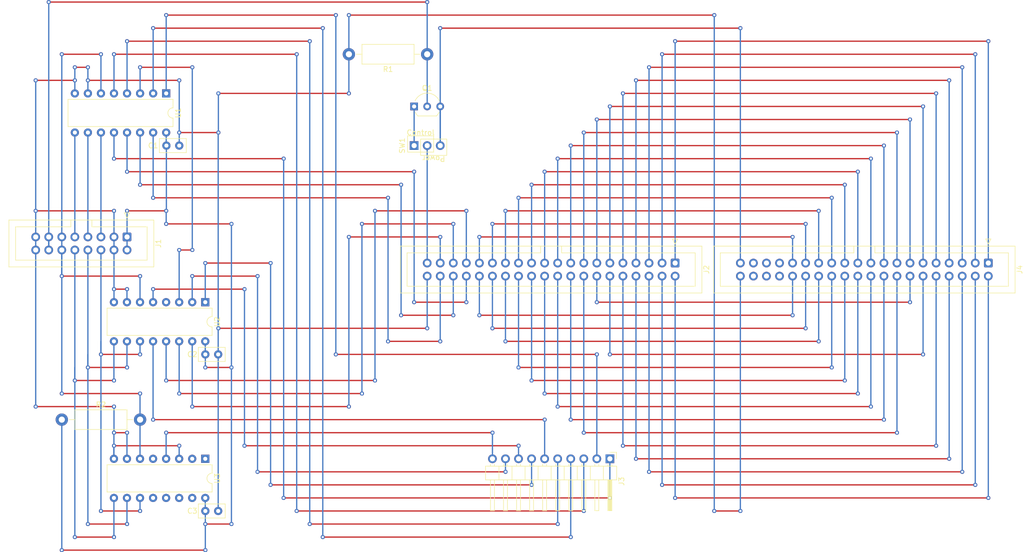
<source format=kicad_pcb>
(kicad_pcb (version 20211014) (generator pcbnew)
  (layers (0 "F.Cu" signal) (31 "B.Cu" signal) (34 "B.Paste" user) (35 "F.Paste" user) (36 "B.SilkS" user "B.Silkscreen") (37 "F.SilkS" user "F.Silkscreen") (38 "B.Mask" user) (39 "F.Mask" user) (44 "Edge.Cuts" user))
  (net 0 "")
  (net 1 "+3V3")
  (net 2 "GND")
  (net 3 "Net-(J1-Pad5)")
  (net 4 "Net-(J1-Pad6)")
  (net 5 "Net-(J1-Pad7)")
  (net 6 "Net-(J1-Pad8)")
  (net 7 "Net-(J1-Pad9)")
  (net 8 "Net-(J1-Pad10)")
  (net 9 "Net-(J1-Pad11)")
  (net 10 "Net-(J1-Pad13)")
  (net 11 "Net-(J2-Pad1)")
  (net 12 "Net-(J2-Pad2)")
  (net 13 "Net-(J2-Pad3)")
  (net 14 "Net-(J2-Pad4)")
  (net 15 "Net-(J2-Pad5)")
  (net 16 "Net-(J2-Pad6)")
  (net 17 "Net-(J2-Pad7)")
  (net 18 "Net-(J2-Pad8)")
  (net 19 "Net-(J2-Pad9)")
  (net 20 "Net-(J2-Pad10)")
  (net 21 "Net-(J2-Pad11)")
  (net 22 "Net-(J2-Pad12)")
  (net 23 "Net-(J2-Pad13)")
  (net 24 "Net-(J2-Pad14)")
  (net 25 "Net-(J2-Pad15)")
  (net 26 "Net-(J2-Pad16)")
  (net 27 "Net-(J2-Pad17)")
  (net 28 "Net-(J2-Pad18)")
  (net 29 "Net-(J2-Pad19)")
  (net 30 "Net-(J2-Pad20)")
  (net 31 "Net-(J2-Pad21)")
  (net 32 "Net-(J2-Pad22)")
  (net 33 "Net-(J2-Pad23)")
  (net 34 "Net-(J2-Pad24)")
  (net 35 "Net-(J2-Pad25)")
  (net 36 "Net-(J2-Pad26)")
  (net 37 "Net-(J2-Pad27)")
  (net 38 "Net-(J2-Pad28)")
  (net 39 "Net-(J2-Pad29)")
  (net 40 "Net-(J2-Pad30)")
  (net 41 "Net-(J2-Pad31)")
  (net 42 "Net-(J2-Pad32)")
  (net 43 "Net-(J2-Pad33)")
  (net 44 "Net-(J2-Pad34)")
  (net 45 "Net-(J2-Pad35)")
  (net 46 "Net-(J2-Pad36)")
  (net 47 "Net-(J2-Pad37)")
  (net 48 "Net-(J2-Pad38)")
  (net 49 "Net-(J2-Pad39)")
  (net 50 "Net-(J3-Pad1)")
  (net 51 "Net-(J3-Pad2)")
  (net 52 "Net-(J3-Pad3)")
  (net 53 "Net-(J3-Pad4)")
  (net 54 "Net-(J3-Pad5)")
  (net 55 "Net-(J3-Pad6)")
  (net 56 "Net-(J3-Pad7)")
  (net 57 "Net-(J3-Pad8)")
  (net 58 "Net-(J3-Pad9)")
  (net 59 "Net-(J3-Pad10)")
  (net 66 "+1V5")
  (net 67 "Net-(U1-Pad3)")
  (net 76 "Net-(Q1-Pad1)")
  (footprint "Resistor_THT:R_Axial_DIN0411_L9.9mm_D3.6mm_P15.24mm_Horizontal" (layer "F.Cu") (at 93.98 22.86 180)
    (fp_text reference "R1")
    (fp_text value "100K")
  )
  (footprint "Connector_PinHeader_2.54mm:PinHeader_1x10_P2.54mm_Horizontal" (layer "F.Cu") (at 129.54 101.6 -90)
    (fp_text reference "J3")
    (fp_text value "Conn_01x10_TI30XA")
  )
  (footprint "Package_DIP:DIP-16_W7.62mm" (layer "F.Cu") (at 50.785 71.12 -90)
    (fp_text reference "U2")
    (fp_text value "74HC4051")
  )
  (footprint "Package_DIP:DIP-16_W7.62mm" (layer "F.Cu") (at 43.18 30.48 -90)
    (fp_text reference "U1")
    (fp_text value "74HC4051")
  )
  (footprint "Connector_IDC:IDC-Header_2x08_P2.54mm_Vertical" (layer "F.Cu") (at 35.56 58.42 -90)
    (fp_text reference "J1")
    (fp_text value "Conn_02x08_button_passthrough")
  )
  (footprint "Capacitor_THT:C_Disc_D5.0mm_W2.5mm_P2.50mm" (layer "F.Cu") (at 50.8 81.28)
    (fp_text reference "C2")
    (fp_text value "0.1uF")
  )
  (footprint "Connector_IDC:IDC-Header_2x20_P2.54mm_Vertical" (layer "F.Cu") (at 203.2 63.5 -90)
    (fp_text reference "J4")
    (fp_text value "Conn_02x20_TI30XA_passthrough")
  )
  (footprint "Connector_IDC:IDC-Header_2x20_P2.54mm_Vertical" (layer "F.Cu") (at 142.24 63.5 -90)
    (fp_text reference "J2")
    (fp_text value "Conn_02x20_TI30XA")
  )
  (footprint "Capacitor_THT:C_Disc_D5.0mm_W2.5mm_P2.50mm" (layer "F.Cu") (at 50.8 111.76)
    (fp_text reference "C3")
    (fp_text value "0.1uF")
  )
  (footprint "Library:Switch_Jumper" (layer "F.Cu") (at 91.44 40.64 90)
    (fp_text reference "SW1")
    (fp_text value "SW_SPDT_MSM")
  )
  (footprint "Resistor_THT:R_Axial_DIN0411_L9.9mm_D3.6mm_P15.24mm_Horizontal" (layer "F.Cu") (at 22.86 93.98)
    (fp_text reference "R2")
    (fp_text value "100K")
  )
  (footprint "Package_DIP:DIP-16_W7.62mm" (layer "F.Cu") (at 50.785 101.6 -90)
    (fp_text reference "U3")
    (fp_text value "74HC4051")
  )
  (footprint "Package_TO_SOT_THT:TO-92_Inline_Wide" (layer "F.Cu") (at 91.44 33.02)
    (fp_text reference "Q1")
    (fp_text value "2N7000")
  )
  (footprint "Capacitor_THT:C_Disc_D5.0mm_W2.5mm_P2.50mm" (layer "F.Cu") (at 43.22 40.64)
    (fp_text reference "C1")
    (fp_text value "0.1uF")
  )
  (segment (start 22.86 119.38) (end 50.8 119.38) (width 0.25) (layer "F.Cu") (net 1))
  (segment (start 55.88 55.88) (end 43.18 55.88) (width 0.25) (layer "F.Cu") (net 1))
  (segment (start 35.56 53.34) (end 43.18 53.34) (width 0.25) (layer "F.Cu") (net 1))
  (segment (start 55.88 114.3) (end 50.8 114.3) (width 0.25) (layer "F.Cu") (net 1))
  (segment (start 50.8 83.82) (end 55.88 83.82) (width 0.25) (layer "F.Cu") (net 1))
  (via (at 55.88 55.88) (size 0.8) (drill 0.4) (layers "F.Cu" "B.Cu") (net 1))
  (via (at 55.88 83.82) (size 0.8) (drill 0.4) (layers "F.Cu" "B.Cu") (net 1))
  (via (at 35.56 53.34) (size 0.8) (drill 0.4) (layers "F.Cu" "B.Cu") (net 1))
  (via (at 43.18 55.88) (size 0.8) (drill 0.4) (layers "F.Cu" "B.Cu") (net 1))
  (via (at 55.88 114.3) (size 0.8) (drill 0.4) (layers "F.Cu" "B.Cu") (net 1))
  (via (at 50.8 83.82) (size 0.8) (drill 0.4) (layers "F.Cu" "B.Cu") (net 1))
  (via (at 50.8 114.3) (size 0.8) (drill 0.4) (layers "F.Cu" "B.Cu") (net 1))
  (via (at 50.8 119.38) (size 0.8) (drill 0.4) (layers "F.Cu" "B.Cu") (net 1))
  (via (at 22.86 119.38) (size 0.8) (drill 0.4) (layers "F.Cu" "B.Cu") (net 1))
  (via (at 43.18 53.34) (size 0.8) (drill 0.4) (layers "F.Cu" "B.Cu") (net 1))
  (segment (start 50.8 114.3) (end 50.8 111.76) (width 0.25) (layer "B.Cu") (net 1))
  (segment (start 50.785 109.22) (end 50.785 111.745) (width 0.25) (layer "B.Cu") (net 1))
  (segment (start 55.88 83.82) (end 55.88 55.88) (width 0.25) (layer "B.Cu") (net 1))
  (segment (start 43.18 53.34) (end 43.22 53.3) (width 0.25) (layer "B.Cu") (net 1))
  (segment (start 43.22 40.64) (end 43.22 43.14) (width 0.25) (layer "B.Cu") (net 1))
  (segment (start 50.785 78.74) (end 50.785 81.265) (width 0.25) (layer "B.Cu") (net 1))
  (segment (start 43.22 53.3) (end 43.22 43.18) (width 0.25) (layer "B.Cu") (net 1))
  (segment (start 50.8 81.28) (end 50.8 83.82) (width 0.25) (layer "B.Cu") (net 1))
  (segment (start 22.86 93.98) (end 22.86 119.38) (width 0.25) (layer "B.Cu") (net 1))
  (segment (start 35.56 58.42) (end 35.56 53.34) (width 0.25) (layer "B.Cu") (net 1))
  (segment (start 43.18 40.64) (end 43.18 38.1) (width 0.25) (layer "B.Cu") (net 1))
  (segment (start 43.18 55.88) (end 43.18 53.34) (width 0.25) (layer "B.Cu") (net 1))
  (segment (start 55.88 83.82) (end 55.88 114.3) (width 0.25) (layer "B.Cu") (net 1))
  (segment (start 35.56 58.42) (end 35.56 60.96) (width 0.25) (layer "B.Cu") (net 1))
  (segment (start 50.8 119.38) (end 50.8 114.3) (width 0.25) (layer "B.Cu") (net 1))
  (segment (start 43.22 43.14) (end 43.18 43.18) (width 0.25) (layer "B.Cu") (net 1))
  (segment (start 154.94 111.76) (end 149.86 111.76) (width 0.25) (layer "F.Cu") (net 2))
  (segment (start 35.56 68.58) (end 33.02 68.58) (width 0.25) (layer "F.Cu") (net 2))
  (segment (start 17.78 27.94) (end 25.4 27.94) (width 0.25) (layer "F.Cu") (net 2))
  (segment (start 27.94 27.94) (end 45.72 27.94) (width 0.25) (layer "F.Cu") (net 2))
  (segment (start 45.72 99.06) (end 33.02 99.06) (width 0.25) (layer "F.Cu") (net 2))
  (segment (start 149.86 15.24) (end 78.74 15.24) (width 0.25) (layer "F.Cu") (net 2))
  (segment (start 25.4 25.4) (end 27.94 25.4) (width 0.25) (layer "F.Cu") (net 2))
  (segment (start 35.56 96.52) (end 33.02 96.52) (width 0.25) (layer "F.Cu") (net 2))
  (segment (start 93.98 76.2) (end 53.34 76.2) (width 0.25) (layer "F.Cu") (net 2))
  (segment (start 53.34 38.1) (end 45.72 38.1) (width 0.25) (layer "F.Cu") (net 2))
  (segment (start 78.74 30.48) (end 53.34 30.48) (width 0.25) (layer "F.Cu") (net 2))
  (segment (start 33.02 53.34) (end 17.78 53.34) (width 0.25) (layer "F.Cu") (net 2))
  (segment (start 17.78 91.44) (end 33.02 91.44) (width 0.25) (layer "F.Cu") (net 2))
  (via (at 35.56 68.58) (size 0.8) (drill 0.4) (layers "F.Cu" "B.Cu") (net 2))
  (via (at 17.78 91.44) (size 0.8) (drill 0.4) (layers "F.Cu" "B.Cu") (net 2))
  (via (at 53.34 30.48) (size 0.8) (drill 0.4) (layers "F.Cu" "B.Cu") (net 2))
  (via (at 45.72 27.94) (size 0.8) (drill 0.4) (layers "F.Cu" "B.Cu") (net 2))
  (via (at 25.4 27.94) (size 0.8) (drill 0.4) (layers "F.Cu" "B.Cu") (net 2))
  (via (at 17.78 53.34) (size 0.8) (drill 0.4) (layers "F.Cu" "B.Cu") (net 2))
  (via (at 149.86 111.76) (size 0.8) (drill 0.4) (layers "F.Cu" "B.Cu") (net 2))
  (via (at 45.72 99.06) (size 0.8) (drill 0.4) (layers "F.Cu" "B.Cu") (net 2))
  (via (at 33.02 53.34) (size 0.8) (drill 0.4) (layers "F.Cu" "B.Cu") (net 2))
  (via (at 27.94 27.94) (size 0.8) (drill 0.4) (layers "F.Cu" "B.Cu") (net 2))
  (via (at 35.56 96.52) (size 0.8) (drill 0.4) (layers "F.Cu" "B.Cu") (net 2))
  (via (at 25.4 25.4) (size 0.8) (drill 0.4) (layers "F.Cu" "B.Cu") (net 2))
  (via (at 33.02 68.58) (size 0.8) (drill 0.4) (layers "F.Cu" "B.Cu") (net 2))
  (via (at 33.02 96.52) (size 0.8) (drill 0.4) (layers "F.Cu" "B.Cu") (net 2))
  (via (at 33.02 91.44) (size 0.8) (drill 0.4) (layers "F.Cu" "B.Cu") (net 2))
  (via (at 17.78 27.94) (size 0.8) (drill 0.4) (layers "F.Cu" "B.Cu") (net 2))
  (via (at 27.94 25.4) (size 0.8) (drill 0.4) (layers "F.Cu" "B.Cu") (net 2))
  (via (at 149.86 15.24) (size 0.8) (drill 0.4) (layers "F.Cu" "B.Cu") (net 2))
  (via (at 154.94 111.76) (size 0.8) (drill 0.4) (layers "F.Cu" "B.Cu") (net 2))
  (via (at 53.34 38.1) (size 0.8) (drill 0.4) (layers "F.Cu" "B.Cu") (net 2))
  (via (at 33.02 99.06) (size 0.8) (drill 0.4) (layers "F.Cu" "B.Cu") (net 2))
  (via (at 78.74 30.48) (size 0.8) (drill 0.4) (layers "F.Cu" "B.Cu") (net 2))
  (via (at 78.74 15.24) (size 0.8) (drill 0.4) (layers "F.Cu" "B.Cu") (net 2))
  (via (at 45.72 38.1) (size 0.8) (drill 0.4) (layers "F.Cu" "B.Cu") (net 2))
  (via (at 53.34 76.2) (size 0.8) (drill 0.4) (layers "F.Cu" "B.Cu") (net 2))
  (via (at 93.98 76.2) (size 0.8) (drill 0.4) (layers "F.Cu" "B.Cu") (net 2))
  (segment (start 35.545 68.595) (end 35.56 68.58) (width 0.25) (layer "B.Cu") (net 2))
  (segment (start 25.4 27.94) (end 25.4 30.48) (width 0.25) (layer "B.Cu") (net 2))
  (segment (start 45.72 27.94) (end 45.72 38.1) (width 0.25) (layer "B.Cu") (net 2))
  (segment (start 33.02 60.96) (end 33.02 71.105) (width 0.25) (layer "B.Cu") (net 2))
  (segment (start 154.94 66.04) (end 154.94 111.76) (width 0.25) (layer "B.Cu") (net 2))
  (segment (start 33.005 96.535) (end 33.005 101.6) (width 0.25) (layer "B.Cu") (net 2))
  (segment (start 25.4 27.94) (end 25.4 25.4) (width 0.25) (layer "B.Cu") (net 2))
  (segment (start 33.02 58.42) (end 33.02 53.34) (width 0.25) (layer "B.Cu") (net 2))
  (segment (start 45.72 38.1) (end 45.72 40.64) (width 0.25) (layer "B.Cu") (net 2))
  (segment (start 35.545 96.535) (end 35.56 96.52) (width 0.25) (layer "B.Cu") (net 2))
  (segment (start 45.705 101.6) (end 45.705 99.075) (width 0.25) (layer "B.Cu") (net 2))
  (segment (start 17.78 60.96) (end 17.78 58.42) (width 0.25) (layer "B.Cu") (net 2))
  (segment (start 33.02 96.52) (end 33.005 96.535) (width 0.25) (layer "B.Cu") (net 2))
  (segment (start 35.545 71.12) (end 35.545 68.595) (width 0.25) (layer "B.Cu") (net 2))
  (segment (start 35.545 101.6) (end 35.545 96.535) (width 0.25) (layer "B.Cu") (net 2))
  (segment (start 45.705 99.075) (end 45.72 99.06) (width 0.25) (layer "B.Cu") (net 2))
  (segment (start 17.78 58.42) (end 17.78 27.94) (width 0.25) (layer "B.Cu") (net 2))
  (segment (start 33.02 99.06) (end 33.005 99.075) (width 0.25) (layer "B.Cu") (net 2))
  (segment (start 17.78 60.96) (end 17.78 91.44) (width 0.25) (layer "B.Cu") (net 2))
  (segment (start 53.3 81.28) (end 53.3 111.76) (width 0.25) (layer "B.Cu") (net 2))
  (segment (start 78.74 22.86) (end 78.74 30.48) (width 0.25) (layer "B.Cu") (net 2))
  (segment (start 53.34 30.48) (end 53.34 38.1) (width 0.25) (layer "B.Cu") (net 2))
  (segment (start 93.98 66.04) (end 93.98 76.2) (width 0.25) (layer "B.Cu") (net 2))
  (segment (start 33.005 99.075) (end 33.005 101.6) (width 0.25) (layer "B.Cu") (net 2))
  (segment (start 149.86 111.76) (end 149.86 15.24) (width 0.25) (layer "B.Cu") (net 2))
  (segment (start 53.3 38.14) (end 53.34 38.1) (width 0.25) (layer "B.Cu") (net 2))
  (segment (start 53.3 81.28) (end 53.3 38.14) (width 0.25) (layer "B.Cu") (net 2))
  (segment (start 33.02 58.42) (end 33.02 60.96) (width 0.25) (layer "B.Cu") (net 2))
  (segment (start 78.74 15.24) (end 78.74 22.86) (width 0.25) (layer "B.Cu") (net 2))
  (segment (start 27.94 25.4) (end 27.94 30.48) (width 0.25) (layer "B.Cu") (net 2))
  (segment (start 33.02 91.44) (end 33.02 96.52) (width 0.25) (layer "B.Cu") (net 2))
  (segment (start 30.48 38.1) (end 30.48 58.42) (width 0.25) (layer "B.Cu") (net 3))
  (segment (start 30.48 111.76) (end 38.1 111.76) (width 0.25) (layer "F.Cu") (net 4))
  (segment (start 30.48 81.28) (end 38.1 81.28) (width 0.25) (layer "F.Cu") (net 4))
  (via (at 38.1 81.28) (size 0.8) (drill 0.4) (layers "F.Cu" "B.Cu") (net 4))
  (via (at 30.48 111.76) (size 0.8) (drill 0.4) (layers "F.Cu" "B.Cu") (net 4))
  (via (at 30.48 81.28) (size 0.8) (drill 0.4) (layers "F.Cu" "B.Cu") (net 4))
  (via (at 38.1 111.76) (size 0.8) (drill 0.4) (layers "F.Cu" "B.Cu") (net 4))
  (segment (start 38.1 111.76) (end 38.085 111.745) (width 0.25) (layer "B.Cu") (net 4))
  (segment (start 38.085 81.265) (end 38.085 78.74) (width 0.25) (layer "B.Cu") (net 4))
  (segment (start 38.1 81.28) (end 38.085 81.265) (width 0.25) (layer "B.Cu") (net 4))
  (segment (start 30.48 78.74) (end 30.48 111.76) (width 0.25) (layer "B.Cu") (net 4))
  (segment (start 30.48 60.96) (end 30.48 81.28) (width 0.25) (layer "B.Cu") (net 4))
  (segment (start 38.085 111.745) (end 38.085 109.22) (width 0.25) (layer "B.Cu") (net 4))
  (segment (start 27.94 38.1) (end 27.94 58.42) (width 0.25) (layer "B.Cu") (net 5))
  (segment (start 27.94 114.3) (end 35.56 114.3) (width 0.25) (layer "F.Cu") (net 6))
  (segment (start 27.94 83.82) (end 35.56 83.82) (width 0.25) (layer "F.Cu") (net 6))
  (via (at 35.56 114.3) (size 0.8) (drill 0.4) (layers "F.Cu" "B.Cu") (net 6))
  (via (at 27.94 83.82) (size 0.8) (drill 0.4) (layers "F.Cu" "B.Cu") (net 6))
  (via (at 27.94 114.3) (size 0.8) (drill 0.4) (layers "F.Cu" "B.Cu") (net 6))
  (via (at 35.56 83.82) (size 0.8) (drill 0.4) (layers "F.Cu" "B.Cu") (net 6))
  (segment (start 35.545 114.285) (end 35.545 109.22) (width 0.25) (layer "B.Cu") (net 6))
  (segment (start 35.56 114.3) (end 35.545 114.285) (width 0.25) (layer "B.Cu") (net 6))
  (segment (start 27.94 81.28) (end 27.94 114.3) (width 0.25) (layer "B.Cu") (net 6))
  (segment (start 27.94 60.96) (end 27.94 83.82) (width 0.25) (layer "B.Cu") (net 6))
  (segment (start 35.56 83.82) (end 35.545 83.805) (width 0.25) (layer "B.Cu") (net 6))
  (segment (start 35.545 83.805) (end 35.545 78.74) (width 0.25) (layer "B.Cu") (net 6))
  (segment (start 25.4 38.1) (end 25.4 58.42) (width 0.25) (layer "B.Cu") (net 7))
  (segment (start 25.4 116.84) (end 33.02 116.84) (width 0.25) (layer "F.Cu") (net 8))
  (segment (start 25.4 86.36) (end 33.02 86.36) (width 0.25) (layer "F.Cu") (net 8))
  (via (at 33.02 86.36) (size 0.8) (drill 0.4) (layers "F.Cu" "B.Cu") (net 8))
  (via (at 25.4 86.36) (size 0.8) (drill 0.4) (layers "F.Cu" "B.Cu") (net 8))
  (via (at 33.02 116.84) (size 0.8) (drill 0.4) (layers "F.Cu" "B.Cu") (net 8))
  (via (at 25.4 116.84) (size 0.8) (drill 0.4) (layers "F.Cu" "B.Cu") (net 8))
  (segment (start 33.005 78.74) (end 33.005 86.345) (width 0.25) (layer "B.Cu") (net 8))
  (segment (start 33.005 86.345) (end 33.02 86.36) (width 0.25) (layer "B.Cu") (net 8))
  (segment (start 33.02 116.84) (end 33.005 116.825) (width 0.25) (layer "B.Cu") (net 8))
  (segment (start 25.4 83.82) (end 25.4 116.84) (width 0.25) (layer "B.Cu") (net 8))
  (segment (start 25.4 60.96) (end 25.4 86.36) (width 0.25) (layer "B.Cu") (net 8))
  (segment (start 33.005 116.825) (end 33.005 109.22) (width 0.25) (layer "B.Cu") (net 8))
  (segment (start 22.86 22.86) (end 30.48 22.86) (width 0.25) (layer "F.Cu") (net 9))
  (segment (start 22.86 66.04) (end 38.1 66.04) (width 0.25) (layer "F.Cu") (net 9))
  (segment (start 22.86 88.9) (end 38.1 88.9) (width 0.25) (layer "F.Cu") (net 9))
  (via (at 30.48 22.86) (size 0.8) (drill 0.4) (layers "F.Cu" "B.Cu") (net 9))
  (via (at 22.86 88.9) (size 0.8) (drill 0.4) (layers "F.Cu" "B.Cu") (net 9))
  (via (at 38.1 88.9) (size 0.8) (drill 0.4) (layers "F.Cu" "B.Cu") (net 9))
  (via (at 22.86 22.86) (size 0.8) (drill 0.4) (layers "F.Cu" "B.Cu") (net 9))
  (via (at 38.1 66.04) (size 0.8) (drill 0.4) (layers "F.Cu" "B.Cu") (net 9))
  (via (at 22.86 66.04) (size 0.8) (drill 0.4) (layers "F.Cu" "B.Cu") (net 9))
  (segment (start 22.86 60.96) (end 22.86 58.42) (width 0.25) (layer "B.Cu") (net 9))
  (segment (start 30.48 22.86) (end 30.48 30.48) (width 0.25) (layer "B.Cu") (net 9))
  (segment (start 38.1 88.9) (end 38.085 88.915) (width 0.25) (layer "B.Cu") (net 9))
  (segment (start 38.085 101.6) (end 38.085 88.915) (width 0.25) (layer "B.Cu") (net 9))
  (segment (start 22.86 60.96) (end 22.86 66.04) (width 0.25) (layer "B.Cu") (net 9))
  (segment (start 38.1 66.04) (end 38.085 66.055) (width 0.25) (layer "B.Cu") (net 9))
  (segment (start 22.86 60.96) (end 22.86 88.9) (width 0.25) (layer "B.Cu") (net 9))
  (segment (start 38.085 66.055) (end 38.085 71.12) (width 0.25) (layer "B.Cu") (net 9))
  (segment (start 22.86 22.86) (end 22.86 58.42) (width 0.25) (layer "B.Cu") (net 9))
  (segment (start 20.32 12.7) (end 93.98 12.7) (width 0.25) (layer "F.Cu") (net 10))
  (via (at 20.32 12.7) (size 0.8) (drill 0.4) (layers "F.Cu" "B.Cu") (net 10))
  (via (at 93.98 12.7) (size 0.8) (drill 0.4) (layers "F.Cu" "B.Cu") (net 10))
  (segment (start 93.98 33.02) (end 93.98 12.7) (width 0.25) (layer "B.Cu") (net 10))
  (segment (start 20.32 12.7) (end 20.32 60.96) (width 0.25) (layer "B.Cu") (net 10))
  (segment (start 20.32 58.42) (end 20.32 60.96) (width 0.25) (layer "B.Cu") (net 10))
  (segment (start 203.2 20.32) (end 142.24 20.32) (width 0.25) (layer "F.Cu") (net 11))
  (via (at 203.2 20.32) (size 0.8) (drill 0.4) (layers "F.Cu" "B.Cu") (net 11))
  (via (at 142.24 20.32) (size 0.8) (drill 0.4) (layers "F.Cu" "B.Cu") (net 11))
  (segment (start 203.2 63.5) (end 203.2 20.32) (width 0.25) (layer "B.Cu") (net 11))
  (segment (start 142.24 20.32) (end 142.24 63.5) (width 0.25) (layer "B.Cu") (net 11))
  (segment (start 142.24 109.22) (end 203.2 109.22) (width 0.25) (layer "F.Cu") (net 12))
  (via (at 203.2 109.22) (size 0.8) (drill 0.4) (layers "F.Cu" "B.Cu") (net 12))
  (via (at 142.24 109.22) (size 0.8) (drill 0.4) (layers "F.Cu" "B.Cu") (net 12))
  (segment (start 142.24 66.04) (end 142.24 109.22) (width 0.25) (layer "B.Cu") (net 12))
  (segment (start 203.2 109.22) (end 203.2 66.04) (width 0.25) (layer "B.Cu") (net 12))
  (segment (start 139.7 22.86) (end 200.66 22.86) (width 0.25) (layer "F.Cu") (net 13))
  (via (at 200.66 22.86) (size 0.8) (drill 0.4) (layers "F.Cu" "B.Cu") (net 13))
  (via (at 139.7 22.86) (size 0.8) (drill 0.4) (layers "F.Cu" "B.Cu") (net 13))
  (segment (start 200.66 22.86) (end 200.66 63.5) (width 0.25) (layer "B.Cu") (net 13))
  (segment (start 139.7 63.5) (end 139.7 22.86) (width 0.25) (layer "B.Cu") (net 13))
  (segment (start 139.7 106.68) (end 200.66 106.68) (width 0.25) (layer "F.Cu") (net 14))
  (via (at 139.7 106.68) (size 0.8) (drill 0.4) (layers "F.Cu" "B.Cu") (net 14))
  (via (at 200.66 106.68) (size 0.8) (drill 0.4) (layers "F.Cu" "B.Cu") (net 14))
  (segment (start 200.66 106.68) (end 200.66 66.04) (width 0.25) (layer "B.Cu") (net 14))
  (segment (start 139.7 66.04) (end 139.7 106.68) (width 0.25) (layer "B.Cu") (net 14))
  (segment (start 198.12 25.4) (end 137.16 25.4) (width 0.25) (layer "F.Cu") (net 15))
  (via (at 198.12 25.4) (size 0.8) (drill 0.4) (layers "F.Cu" "B.Cu") (net 15))
  (via (at 137.16 25.4) (size 0.8) (drill 0.4) (layers "F.Cu" "B.Cu") (net 15))
  (segment (start 137.16 25.4) (end 137.16 63.5) (width 0.25) (layer "B.Cu") (net 15))
  (segment (start 198.12 63.5) (end 198.12 25.4) (width 0.25) (layer "B.Cu") (net 15))
  (segment (start 137.16 104.14) (end 198.12 104.14) (width 0.25) (layer "F.Cu") (net 16))
  (via (at 137.16 104.14) (size 0.8) (drill 0.4) (layers "F.Cu" "B.Cu") (net 16))
  (via (at 198.12 104.14) (size 0.8) (drill 0.4) (layers "F.Cu" "B.Cu") (net 16))
  (segment (start 198.12 104.14) (end 198.12 66.04) (width 0.25) (layer "B.Cu") (net 16))
  (segment (start 137.16 66.04) (end 137.16 104.14) (width 0.25) (layer "B.Cu") (net 16))
  (segment (start 134.62 27.94) (end 195.58 27.94) (width 0.25) (layer "F.Cu") (net 17))
  (via (at 195.58 27.94) (size 0.8) (drill 0.4) (layers "F.Cu" "B.Cu") (net 17))
  (via (at 134.62 27.94) (size 0.8) (drill 0.4) (layers "F.Cu" "B.Cu") (net 17))
  (segment (start 134.62 63.5) (end 134.62 27.94) (width 0.25) (layer "B.Cu") (net 17))
  (segment (start 195.58 27.94) (end 195.58 63.5) (width 0.25) (layer "B.Cu") (net 17))
  (segment (start 134.62 101.6) (end 195.58 101.6) (width 0.25) (layer "F.Cu") (net 18))
  (via (at 195.58 101.6) (size 0.8) (drill 0.4) (layers "F.Cu" "B.Cu") (net 18))
  (via (at 134.62 101.6) (size 0.8) (drill 0.4) (layers "F.Cu" "B.Cu") (net 18))
  (segment (start 134.62 66.04) (end 134.62 101.6) (width 0.25) (layer "B.Cu") (net 18))
  (segment (start 195.58 101.6) (end 195.58 66.04) (width 0.25) (layer "B.Cu") (net 18))
  (segment (start 193.04 30.48) (end 132.08 30.48) (width 0.25) (layer "F.Cu") (net 19))
  (via (at 193.04 30.48) (size 0.8) (drill 0.4) (layers "F.Cu" "B.Cu") (net 19))
  (via (at 132.08 30.48) (size 0.8) (drill 0.4) (layers "F.Cu" "B.Cu") (net 19))
  (segment (start 193.04 63.5) (end 193.04 30.48) (width 0.25) (layer "B.Cu") (net 19))
  (segment (start 132.08 30.48) (end 132.08 63.5) (width 0.25) (layer "B.Cu") (net 19))
  (segment (start 132.08 99.06) (end 193.04 99.06) (width 0.25) (layer "F.Cu") (net 20))
  (via (at 132.08 99.06) (size 0.8) (drill 0.4) (layers "F.Cu" "B.Cu") (net 20))
  (via (at 193.04 99.06) (size 0.8) (drill 0.4) (layers "F.Cu" "B.Cu") (net 20))
  (segment (start 132.08 66.04) (end 132.08 99.06) (width 0.25) (layer "B.Cu") (net 20))
  (segment (start 193.04 99.06) (end 193.04 66.04) (width 0.25) (layer "B.Cu") (net 20))
  (segment (start 129.54 33.02) (end 190.5 33.02) (width 0.25) (layer "F.Cu") (net 21))
  (via (at 190.5 33.02) (size 0.8) (drill 0.4) (layers "F.Cu" "B.Cu") (net 21))
  (via (at 129.54 33.02) (size 0.8) (drill 0.4) (layers "F.Cu" "B.Cu") (net 21))
  (segment (start 190.5 33.02) (end 190.5 63.5) (width 0.25) (layer "B.Cu") (net 21))
  (segment (start 129.54 63.5) (end 129.54 33.02) (width 0.25) (layer "B.Cu") (net 21))
  (segment (start 129.54 81.28) (end 190.5 81.28) (width 0.25) (layer "F.Cu") (net 22))
  (via (at 129.54 81.28) (size 0.8) (drill 0.4) (layers "F.Cu" "B.Cu") (net 22))
  (via (at 190.5 81.28) (size 0.8) (drill 0.4) (layers "F.Cu" "B.Cu") (net 22))
  (segment (start 129.54 66.04) (end 129.54 81.28) (width 0.25) (layer "B.Cu") (net 22))
  (segment (start 190.5 81.28) (end 190.5 66.04) (width 0.25) (layer "B.Cu") (net 22))
  (segment (start 187.96 35.56) (end 127 35.56) (width 0.25) (layer "F.Cu") (net 23))
  (via (at 187.96 35.56) (size 0.8) (drill 0.4) (layers "F.Cu" "B.Cu") (net 23))
  (via (at 127 35.56) (size 0.8) (drill 0.4) (layers "F.Cu" "B.Cu") (net 23))
  (segment (start 187.96 63.5) (end 187.96 35.56) (width 0.25) (layer "B.Cu") (net 23))
  (segment (start 127 35.56) (end 127 63.5) (width 0.25) (layer "B.Cu") (net 23))
  (segment (start 127 71.12) (end 187.96 71.12) (width 0.25) (layer "F.Cu") (net 24))
  (via (at 127 71.12) (size 0.8) (drill 0.4) (layers "F.Cu" "B.Cu") (net 24))
  (via (at 187.96 71.12) (size 0.8) (drill 0.4) (layers "F.Cu" "B.Cu") (net 24))
  (segment (start 187.96 71.12) (end 187.96 66.04) (width 0.25) (layer "B.Cu") (net 24))
  (segment (start 127 66.04) (end 127 71.12) (width 0.25) (layer "B.Cu") (net 24))
  (segment (start 124.46 38.1) (end 185.42 38.1) (width 0.25) (layer "F.Cu") (net 25))
  (via (at 185.42 38.1) (size 0.8) (drill 0.4) (layers "F.Cu" "B.Cu") (net 25))
  (via (at 124.46 38.1) (size 0.8) (drill 0.4) (layers "F.Cu" "B.Cu") (net 25))
  (segment (start 185.42 38.1) (end 185.42 63.5) (width 0.25) (layer "B.Cu") (net 25))
  (segment (start 124.46 63.5) (end 124.46 38.1) (width 0.25) (layer "B.Cu") (net 25))
  (segment (start 124.46 96.52) (end 185.42 96.52) (width 0.25) (layer "F.Cu") (net 26))
  (via (at 124.46 96.52) (size 0.8) (drill 0.4) (layers "F.Cu" "B.Cu") (net 26))
  (via (at 185.42 96.52) (size 0.8) (drill 0.4) (layers "F.Cu" "B.Cu") (net 26))
  (segment (start 185.42 96.52) (end 185.42 66.04) (width 0.25) (layer "B.Cu") (net 26))
  (segment (start 124.46 66.04) (end 124.46 96.52) (width 0.25) (layer "B.Cu") (net 26))
  (segment (start 182.88 40.64) (end 121.92 40.64) (width 0.25) (layer "F.Cu") (net 27))
  (via (at 121.92 40.64) (size 0.8) (drill 0.4) (layers "F.Cu" "B.Cu") (net 27))
  (via (at 182.88 40.64) (size 0.8) (drill 0.4) (layers "F.Cu" "B.Cu") (net 27))
  (segment (start 182.88 63.5) (end 182.88 40.64) (width 0.25) (layer "B.Cu") (net 27))
  (segment (start 121.92 40.64) (end 121.92 63.5) (width 0.25) (layer "B.Cu") (net 27))
  (segment (start 121.92 93.98) (end 182.88 93.98) (width 0.25) (layer "F.Cu") (net 28))
  (via (at 121.92 93.98) (size 0.8) (drill 0.4) (layers "F.Cu" "B.Cu") (net 28))
  (via (at 182.88 93.98) (size 0.8) (drill 0.4) (layers "F.Cu" "B.Cu") (net 28))
  (segment (start 182.88 93.98) (end 182.88 66.04) (width 0.25) (layer "B.Cu") (net 28))
  (segment (start 121.92 66.04) (end 121.92 93.98) (width 0.25) (layer "B.Cu") (net 28))
  (segment (start 119.38 43.18) (end 180.34 43.18) (width 0.25) (layer "F.Cu") (net 29))
  (via (at 119.38 43.18) (size 0.8) (drill 0.4) (layers "F.Cu" "B.Cu") (net 29))
  (via (at 180.34 43.18) (size 0.8) (drill 0.4) (layers "F.Cu" "B.Cu") (net 29))
  (segment (start 180.34 43.18) (end 180.34 63.5) (width 0.25) (layer "B.Cu") (net 29))
  (segment (start 119.38 63.5) (end 119.38 43.18) (width 0.25) (layer "B.Cu") (net 29))
  (segment (start 119.38 91.44) (end 180.34 91.44) (width 0.25) (layer "F.Cu") (net 30))
  (via (at 180.34 91.44) (size 0.8) (drill 0.4) (layers "F.Cu" "B.Cu") (net 30))
  (via (at 119.38 91.44) (size 0.8) (drill 0.4) (layers "F.Cu" "B.Cu") (net 30))
  (segment (start 180.34 91.44) (end 180.34 66.04) (width 0.25) (layer "B.Cu") (net 30))
  (segment (start 119.38 66.04) (end 119.38 91.44) (width 0.25) (layer "B.Cu") (net 30))
  (segment (start 177.8 45.72) (end 116.84 45.72) (width 0.25) (layer "F.Cu") (net 31))
  (via (at 116.84 45.72) (size 0.8) (drill 0.4) (layers "F.Cu" "B.Cu") (net 31))
  (via (at 177.8 45.72) (size 0.8) (drill 0.4) (layers "F.Cu" "B.Cu") (net 31))
  (segment (start 177.8 63.5) (end 177.8 45.72) (width 0.25) (layer "B.Cu") (net 31))
  (segment (start 116.84 45.72) (end 116.84 63.5) (width 0.25) (layer "B.Cu") (net 31))
  (segment (start 116.84 88.9) (end 177.8 88.9) (width 0.25) (layer "F.Cu") (net 32))
  (via (at 116.84 88.9) (size 0.8) (drill 0.4) (layers "F.Cu" "B.Cu") (net 32))
  (via (at 177.8 88.9) (size 0.8) (drill 0.4) (layers "F.Cu" "B.Cu") (net 32))
  (segment (start 116.84 66.04) (end 116.84 88.9) (width 0.25) (layer "B.Cu") (net 32))
  (segment (start 177.8 88.9) (end 177.8 66.04) (width 0.25) (layer "B.Cu") (net 32))
  (segment (start 114.3 48.26) (end 175.26 48.26) (width 0.25) (layer "F.Cu") (net 33))
  (via (at 175.26 48.26) (size 0.8) (drill 0.4) (layers "F.Cu" "B.Cu") (net 33))
  (via (at 114.3 48.26) (size 0.8) (drill 0.4) (layers "F.Cu" "B.Cu") (net 33))
  (segment (start 114.3 63.5) (end 114.3 48.26) (width 0.25) (layer "B.Cu") (net 33))
  (segment (start 175.26 48.26) (end 175.26 63.5) (width 0.25) (layer "B.Cu") (net 33))
  (segment (start 114.3 86.36) (end 175.26 86.36) (width 0.25) (layer "F.Cu") (net 34))
  (via (at 114.3 86.36) (size 0.8) (drill 0.4) (layers "F.Cu" "B.Cu") (net 34))
  (via (at 175.26 86.36) (size 0.8) (drill 0.4) (layers "F.Cu" "B.Cu") (net 34))
  (segment (start 114.3 66.04) (end 114.3 86.36) (width 0.25) (layer "B.Cu") (net 34))
  (segment (start 175.26 86.36) (end 175.26 66.04) (width 0.25) (layer "B.Cu") (net 34))
  (segment (start 111.76 50.8) (end 172.72 50.8) (width 0.25) (layer "F.Cu") (net 35))
  (via (at 111.76 50.8) (size 0.8) (drill 0.4) (layers "F.Cu" "B.Cu") (net 35))
  (via (at 172.72 50.8) (size 0.8) (drill 0.4) (layers "F.Cu" "B.Cu") (net 35))
  (segment (start 111.76 63.5) (end 111.76 50.8) (width 0.25) (layer "B.Cu") (net 35))
  (segment (start 172.72 50.8) (end 172.72 63.5) (width 0.25) (layer "B.Cu") (net 35))
  (segment (start 111.76 83.82) (end 172.72 83.82) (width 0.25) (layer "F.Cu") (net 36))
  (via (at 172.72 83.82) (size 0.8) (drill 0.4) (layers "F.Cu" "B.Cu") (net 36))
  (via (at 111.76 83.82) (size 0.8) (drill 0.4) (layers "F.Cu" "B.Cu") (net 36))
  (segment (start 111.76 66.04) (end 111.76 83.82) (width 0.25) (layer "B.Cu") (net 36))
  (segment (start 172.72 83.82) (end 172.72 66.04) (width 0.25) (layer "B.Cu") (net 36))
  (segment (start 170.18 53.34) (end 109.22 53.34) (width 0.25) (layer "F.Cu") (net 37))
  (via (at 109.22 53.34) (size 0.8) (drill 0.4) (layers "F.Cu" "B.Cu") (net 37))
  (via (at 170.18 53.34) (size 0.8) (drill 0.4) (layers "F.Cu" "B.Cu") (net 37))
  (segment (start 170.18 63.5) (end 170.18 53.34) (width 0.25) (layer "B.Cu") (net 37))
  (segment (start 109.22 53.34) (end 109.22 63.5) (width 0.25) (layer "B.Cu") (net 37))
  (segment (start 170.18 78.74) (end 109.22 78.74) (width 0.25) (layer "F.Cu") (net 38))
  (via (at 170.18 78.74) (size 0.8) (drill 0.4) (layers "F.Cu" "B.Cu") (net 38))
  (via (at 109.22 78.74) (size 0.8) (drill 0.4) (layers "F.Cu" "B.Cu") (net 38))
  (segment (start 170.18 66.04) (end 170.18 78.74) (width 0.25) (layer "B.Cu") (net 38))
  (segment (start 109.22 78.74) (end 109.22 66.04) (width 0.25) (layer "B.Cu") (net 38))
  (segment (start 106.68 55.88) (end 167.64 55.88) (width 0.25) (layer "F.Cu") (net 39))
  (via (at 167.64 55.88) (size 0.8) (drill 0.4) (layers "F.Cu" "B.Cu") (net 39))
  (via (at 106.68 55.88) (size 0.8) (drill 0.4) (layers "F.Cu" "B.Cu") (net 39))
  (segment (start 167.64 55.88) (end 167.64 63.5) (width 0.25) (layer "B.Cu") (net 39))
  (segment (start 106.68 63.5) (end 106.68 55.88) (width 0.25) (layer "B.Cu") (net 39))
  (segment (start 167.64 76.2) (end 106.68 76.2) (width 0.25) (layer "F.Cu") (net 40))
  (via (at 167.64 76.2) (size 0.8) (drill 0.4) (layers "F.Cu" "B.Cu") (net 40))
  (via (at 106.68 76.2) (size 0.8) (drill 0.4) (layers "F.Cu" "B.Cu") (net 40))
  (segment (start 106.68 76.2) (end 106.68 66.04) (width 0.25) (layer "B.Cu") (net 40))
  (segment (start 167.64 66.04) (end 167.64 76.2) (width 0.25) (layer "B.Cu") (net 40))
  (segment (start 104.14 58.42) (end 165.1 58.42) (width 0.25) (layer "F.Cu") (net 41))
  (via (at 165.1 58.42) (size 0.8) (drill 0.4) (layers "F.Cu" "B.Cu") (net 41))
  (via (at 104.14 58.42) (size 0.8) (drill 0.4) (layers "F.Cu" "B.Cu") (net 41))
  (segment (start 104.14 63.5) (end 104.14 58.42) (width 0.25) (layer "B.Cu") (net 41))
  (segment (start 165.1 58.42) (end 165.1 63.5) (width 0.25) (layer "B.Cu") (net 41))
  (segment (start 165.1 73.66) (end 104.14 73.66) (width 0.25) (layer "F.Cu") (net 42))
  (via (at 165.1 73.66) (size 0.8) (drill 0.4) (layers "F.Cu" "B.Cu") (net 42))
  (via (at 104.14 73.66) (size 0.8) (drill 0.4) (layers "F.Cu" "B.Cu") (net 42))
  (segment (start 165.1 66.04) (end 165.1 73.66) (width 0.25) (layer "B.Cu") (net 42))
  (segment (start 104.14 73.66) (end 104.14 66.04) (width 0.25) (layer "B.Cu") (net 42))
  (segment (start 43.18 86.36) (end 83.82 86.36) (width 0.25) (layer "F.Cu") (net 43))
  (segment (start 83.82 53.34) (end 101.6 53.34) (width 0.25) (layer "F.Cu") (net 43))
  (via (at 83.82 53.34) (size 0.8) (drill 0.4) (layers "F.Cu" "B.Cu") (net 43))
  (via (at 83.82 86.36) (size 0.8) (drill 0.4) (layers "F.Cu" "B.Cu") (net 43))
  (via (at 43.18 86.36) (size 0.8) (drill 0.4) (layers "F.Cu" "B.Cu") (net 43))
  (via (at 101.6 53.34) (size 0.8) (drill 0.4) (layers "F.Cu" "B.Cu") (net 43))
  (segment (start 101.6 53.34) (end 101.6 63.5) (width 0.25) (layer "B.Cu") (net 43))
  (segment (start 43.165 78.74) (end 43.165 86.345) (width 0.25) (layer "B.Cu") (net 43))
  (segment (start 43.165 86.345) (end 43.18 86.36) (width 0.25) (layer "B.Cu") (net 43))
  (segment (start 83.82 86.36) (end 83.82 53.34) (width 0.25) (layer "B.Cu") (net 43))
  (segment (start 35.56 45.72) (end 91.44 45.72) (width 0.25) (layer "F.Cu") (net 44))
  (segment (start 91.44 71.12) (end 101.6 71.12) (width 0.25) (layer "F.Cu") (net 44))
  (via (at 91.44 71.12) (size 0.8) (drill 0.4) (layers "F.Cu" "B.Cu") (net 44))
  (via (at 91.44 45.72) (size 0.8) (drill 0.4) (layers "F.Cu" "B.Cu") (net 44))
  (via (at 101.6 71.12) (size 0.8) (drill 0.4) (layers "F.Cu" "B.Cu") (net 44))
  (via (at 35.56 45.72) (size 0.8) (drill 0.4) (layers "F.Cu" "B.Cu") (net 44))
  (segment (start 91.44 45.72) (end 91.44 71.12) (width 0.25) (layer "B.Cu") (net 44))
  (segment (start 101.6 71.12) (end 101.6 66.04) (width 0.25) (layer "B.Cu") (net 44))
  (segment (start 35.56 38.1) (end 35.56 45.72) (width 0.25) (layer "B.Cu") (net 44))
  (segment (start 81.28 55.88) (end 99.06 55.88) (width 0.25) (layer "F.Cu") (net 45))
  (segment (start 45.72 88.9) (end 81.28 88.9) (width 0.25) (layer "F.Cu") (net 45))
  (via (at 81.28 88.9) (size 0.8) (drill 0.4) (layers "F.Cu" "B.Cu") (net 45))
  (via (at 81.28 55.88) (size 0.8) (drill 0.4) (layers "F.Cu" "B.Cu") (net 45))
  (via (at 45.72 88.9) (size 0.8) (drill 0.4) (layers "F.Cu" "B.Cu") (net 45))
  (via (at 99.06 55.88) (size 0.8) (drill 0.4) (layers "F.Cu" "B.Cu") (net 45))
  (segment (start 99.06 55.88) (end 99.06 63.5) (width 0.25) (layer "B.Cu") (net 45))
  (segment (start 45.705 78.74) (end 45.705 88.885) (width 0.25) (layer "B.Cu") (net 45))
  (segment (start 81.28 88.9) (end 81.28 55.88) (width 0.25) (layer "B.Cu") (net 45))
  (segment (start 45.705 88.885) (end 45.72 88.9) (width 0.25) (layer "B.Cu") (net 45))
  (segment (start 88.9 73.66) (end 99.06 73.66) (width 0.25) (layer "F.Cu") (net 46))
  (segment (start 38.1 48.26) (end 88.9 48.26) (width 0.25) (layer "F.Cu") (net 46))
  (via (at 88.9 73.66) (size 0.8) (drill 0.4) (layers "F.Cu" "B.Cu") (net 46))
  (via (at 99.06 73.66) (size 0.8) (drill 0.4) (layers "F.Cu" "B.Cu") (net 46))
  (via (at 88.9 48.26) (size 0.8) (drill 0.4) (layers "F.Cu" "B.Cu") (net 46))
  (via (at 38.1 48.26) (size 0.8) (drill 0.4) (layers "F.Cu" "B.Cu") (net 46))
  (segment (start 88.9 48.26) (end 88.9 73.66) (width 0.25) (layer "B.Cu") (net 46))
  (segment (start 99.06 73.66) (end 99.06 66.04) (width 0.25) (layer "B.Cu") (net 46))
  (segment (start 38.1 38.1) (end 38.1 48.26) (width 0.25) (layer "B.Cu") (net 46))
  (segment (start 78.74 58.42) (end 96.52 58.42) (width 0.25) (layer "F.Cu") (net 47))
  (segment (start 48.26 91.44) (end 78.74 91.44) (width 0.25) (layer "F.Cu") (net 47))
  (via (at 78.74 91.44) (size 0.8) (drill 0.4) (layers "F.Cu" "B.Cu") (net 47))
  (via (at 96.52 58.42) (size 0.8) (drill 0.4) (layers "F.Cu" "B.Cu") (net 47))
  (via (at 48.26 91.44) (size 0.8) (drill 0.4) (layers "F.Cu" "B.Cu") (net 47))
  (via (at 78.74 58.42) (size 0.8) (drill 0.4) (layers "F.Cu" "B.Cu") (net 47))
  (segment (start 96.52 58.42) (end 96.52 63.5) (width 0.25) (layer "B.Cu") (net 47))
  (segment (start 48.245 78.74) (end 48.245 91.425) (width 0.25) (layer "B.Cu") (net 47))
  (segment (start 78.74 91.44) (end 78.74 58.42) (width 0.25) (layer "B.Cu") (net 47))
  (segment (start 48.245 91.425) (end 48.26 91.44) (width 0.25) (layer "B.Cu") (net 47))
  (segment (start 40.64 50.8) (end 86.36 50.8) (width 0.25) (layer "F.Cu") (net 48))
  (segment (start 86.36 78.74) (end 96.52 78.74) (width 0.25) (layer "F.Cu") (net 48))
  (via (at 96.52 78.74) (size 0.8) (drill 0.4) (layers "F.Cu" "B.Cu") (net 48))
  (via (at 40.64 50.8) (size 0.8) (drill 0.4) (layers "F.Cu" "B.Cu") (net 48))
  (via (at 86.36 78.74) (size 0.8) (drill 0.4) (layers "F.Cu" "B.Cu") (net 48))
  (via (at 86.36 50.8) (size 0.8) (drill 0.4) (layers "F.Cu" "B.Cu") (net 48))
  (segment (start 40.64 38.1) (end 40.64 50.8) (width 0.25) (layer "B.Cu") (net 48))
  (segment (start 86.36 50.8) (end 86.36 78.74) (width 0.25) (layer "B.Cu") (net 48))
  (segment (start 96.52 78.74) (end 96.52 66.04) (width 0.25) (layer "B.Cu") (net 48))
  (segment (start 93.98 40.64) (end 93.98 63.5) (width 0.25) (layer "B.Cu") (net 49))
  (segment (start 33.02 43.18) (end 66.04 43.18) (width 0.25) (layer "F.Cu") (net 50))
  (segment (start 66.04 109.22) (end 129.545 109.22) (width 0.25) (layer "F.Cu") (net 50))
  (via (at 129.545 109.22) (size 0.8) (drill 0.4) (layers "F.Cu" "B.Cu") (net 50))
  (via (at 66.04 109.22) (size 0.8) (drill 0.4) (layers "F.Cu" "B.Cu") (net 50))
  (via (at 66.04 43.18) (size 0.8) (drill 0.4) (layers "F.Cu" "B.Cu") (net 50))
  (via (at 33.02 43.18) (size 0.8) (drill 0.4) (layers "F.Cu" "B.Cu") (net 50))
  (segment (start 33.02 38.1) (end 33.02 43.18) (width 0.25) (layer "B.Cu") (net 50))
  (segment (start 66.04 43.18) (end 66.04 109.22) (width 0.25) (layer "B.Cu") (net 50))
  (segment (start 129.54 109.215) (end 129.54 101.6) (width 0.25) (layer "B.Cu") (net 50))
  (segment (start 129.545 109.22) (end 129.54 109.215) (width 0.25) (layer "B.Cu") (net 50))
  (segment (start 43.18 15.24) (end 76.2 15.24) (width 0.25) (layer "F.Cu") (net 51))
  (segment (start 76.2 81.28) (end 127 81.28) (width 0.25) (layer "F.Cu") (net 51))
  (via (at 76.2 15.24) (size 0.8) (drill 0.4) (layers "F.Cu" "B.Cu") (net 51))
  (via (at 43.18 15.24) (size 0.8) (drill 0.4) (layers "F.Cu" "B.Cu") (net 51))
  (via (at 76.2 81.28) (size 0.8) (drill 0.4) (layers "F.Cu" "B.Cu") (net 51))
  (via (at 127 81.28) (size 0.8) (drill 0.4) (layers "F.Cu" "B.Cu") (net 51))
  (segment (start 127 81.28) (end 127 101.6) (width 0.25) (layer "B.Cu") (net 51))
  (segment (start 43.18 30.48) (end 43.18 15.24) (width 0.25) (layer "B.Cu") (net 51))
  (segment (start 76.2 15.24) (end 76.2 81.28) (width 0.25) (layer "B.Cu") (net 51))
  (segment (start 33.02 22.86) (end 68.58 22.86) (width 0.25) (layer "F.Cu") (net 52))
  (segment (start 68.58 111.76) (end 124.465 111.76) (width 0.25) (layer "F.Cu") (net 52))
  (via (at 124.465 111.76) (size 0.8) (drill 0.4) (layers "F.Cu" "B.Cu") (net 52))
  (via (at 33.02 22.86) (size 0.8) (drill 0.4) (layers "F.Cu" "B.Cu") (net 52))
  (via (at 68.58 22.86) (size 0.8) (drill 0.4) (layers "F.Cu" "B.Cu") (net 52))
  (via (at 68.58 111.76) (size 0.8) (drill 0.4) (layers "F.Cu" "B.Cu") (net 52))
  (segment (start 33.02 30.48) (end 33.02 22.86) (width 0.25) (layer "B.Cu") (net 52))
  (segment (start 68.58 22.86) (end 68.58 111.76) (width 0.25) (layer "B.Cu") (net 52))
  (segment (start 124.465 111.76) (end 124.46 111.755) (width 0.25) (layer "B.Cu") (net 52))
  (segment (start 124.46 111.755) (end 124.46 101.6) (width 0.25) (layer "B.Cu") (net 52))
  (segment (start 121.925 116.84) (end 73.66 116.84) (width 0.25) (layer "F.Cu") (net 53))
  (segment (start 40.64 17.78) (end 73.66 17.78) (width 0.25) (layer "F.Cu") (net 53))
  (via (at 121.925 116.84) (size 0.8) (drill 0.4) (layers "F.Cu" "B.Cu") (net 53))
  (via (at 73.66 116.84) (size 0.8) (drill 0.4) (layers "F.Cu" "B.Cu") (net 53))
  (via (at 40.64 17.78) (size 0.8) (drill 0.4) (layers "F.Cu" "B.Cu") (net 53))
  (via (at 73.66 17.78) (size 0.8) (drill 0.4) (layers "F.Cu" "B.Cu") (net 53))
  (segment (start 121.92 116.835) (end 121.92 101.6) (width 0.25) (layer "B.Cu") (net 53))
  (segment (start 40.64 30.48) (end 40.64 17.78) (width 0.25) (layer "B.Cu") (net 53))
  (segment (start 121.925 116.84) (end 121.92 116.835) (width 0.25) (layer "B.Cu") (net 53))
  (segment (start 73.66 17.78) (end 73.66 116.84) (width 0.25) (layer "B.Cu") (net 53))
  (segment (start 35.56 20.32) (end 71.12 20.32) (width 0.25) (layer "F.Cu") (net 54))
  (segment (start 71.12 114.3) (end 119.385 114.3) (width 0.25) (layer "F.Cu") (net 54))
  (via (at 71.12 20.32) (size 0.8) (drill 0.4) (layers "F.Cu" "B.Cu") (net 54))
  (via (at 119.385 114.3) (size 0.8) (drill 0.4) (layers "F.Cu" "B.Cu") (net 54))
  (via (at 71.12 114.3) (size 0.8) (drill 0.4) (layers "F.Cu" "B.Cu") (net 54))
  (via (at 35.56 20.32) (size 0.8) (drill 0.4) (layers "F.Cu" "B.Cu") (net 54))
  (segment (start 119.385 114.3) (end 119.38 114.295) (width 0.25) (layer "B.Cu") (net 54))
  (segment (start 71.12 20.32) (end 71.12 114.3) (width 0.25) (layer "B.Cu") (net 54))
  (segment (start 119.38 114.295) (end 119.38 101.6) (width 0.25) (layer "B.Cu") (net 54))
  (segment (start 35.56 30.48) (end 35.56 20.32) (width 0.25) (layer "B.Cu") (net 54))
  (segment (start 40.64 93.98) (end 116.845 93.98) (width 0.25) (layer "F.Cu") (net 55))
  (via (at 40.64 93.98) (size 0.8) (drill 0.4) (layers "F.Cu" "B.Cu") (net 55))
  (via (at 116.845 93.98) (size 0.8) (drill 0.4) (layers "F.Cu" "B.Cu") (net 55))
  (segment (start 40.625 93.965) (end 40.64 93.98) (width 0.25) (layer "B.Cu") (net 55))
  (segment (start 40.625 78.74) (end 40.625 93.965) (width 0.25) (layer "B.Cu") (net 55))
  (segment (start 116.84 93.985) (end 116.84 101.6) (width 0.25) (layer "B.Cu") (net 55))
  (segment (start 63.5 106.68) (end 114.305 106.68) (width 0.25) (layer "F.Cu") (net 56))
  (segment (start 50.8 63.5) (end 63.5 63.5) (width 0.25) (layer "F.Cu") (net 56))
  (via (at 50.8 63.5) (size 0.8) (drill 0.4) (layers "F.Cu" "B.Cu") (net 56))
  (via (at 114.305 106.68) (size 0.8) (drill 0.4) (layers "F.Cu" "B.Cu") (net 56))
  (via (at 63.5 106.68) (size 0.8) (drill 0.4) (layers "F.Cu" "B.Cu") (net 56))
  (via (at 63.5 63.5) (size 0.8) (drill 0.4) (layers "F.Cu" "B.Cu") (net 56))
  (segment (start 114.3 106.675) (end 114.3 101.6) (width 0.25) (layer "B.Cu") (net 56))
  (segment (start 50.785 63.515) (end 50.8 63.5) (width 0.25) (layer "B.Cu") (net 56))
  (segment (start 63.5 63.5) (end 63.5 106.68) (width 0.25) (layer "B.Cu") (net 56))
  (segment (start 50.785 71.12) (end 50.785 63.515) (width 0.25) (layer "B.Cu") (net 56))
  (segment (start 114.305 106.68) (end 114.3 106.675) (width 0.25) (layer "B.Cu") (net 56))
  (segment (start 40.64 68.58) (end 58.42 68.58) (width 0.25) (layer "F.Cu") (net 57))
  (segment (start 58.42 99.06) (end 111.765 99.06) (width 0.25) (layer "F.Cu") (net 57))
  (via (at 58.42 99.06) (size 0.8) (drill 0.4) (layers "F.Cu" "B.Cu") (net 57))
  (via (at 40.64 68.58) (size 0.8) (drill 0.4) (layers "F.Cu" "B.Cu") (net 57))
  (via (at 58.42 68.58) (size 0.8) (drill 0.4) (layers "F.Cu" "B.Cu") (net 57))
  (via (at 111.765 99.06) (size 0.8) (drill 0.4) (layers "F.Cu" "B.Cu") (net 57))
  (segment (start 40.625 68.595) (end 40.64 68.58) (width 0.25) (layer "B.Cu") (net 57))
  (segment (start 58.42 99.06) (end 58.42 68.58) (width 0.25) (layer "B.Cu") (net 57))
  (segment (start 111.76 101.6) (end 111.76 99.065) (width 0.25) (layer "B.Cu") (net 57))
  (segment (start 40.625 71.12) (end 40.625 68.595) (width 0.25) (layer "B.Cu") (net 57))
  (segment (start 111.76 99.065) (end 111.765 99.06) (width 0.25) (layer "B.Cu") (net 57))
  (segment (start 48.26 66.04) (end 60.96 66.04) (width 0.25) (layer "F.Cu") (net 58))
  (segment (start 60.96 104.14) (end 109.225 104.14) (width 0.25) (layer "F.Cu") (net 58))
  (via (at 60.96 104.14) (size 0.8) (drill 0.4) (layers "F.Cu" "B.Cu") (net 58))
  (via (at 60.96 66.04) (size 0.8) (drill 0.4) (layers "F.Cu" "B.Cu") (net 58))
  (via (at 109.225 104.14) (size 0.8) (drill 0.4) (layers "F.Cu" "B.Cu") (net 58))
  (via (at 48.26 66.04) (size 0.8) (drill 0.4) (layers "F.Cu" "B.Cu") (net 58))
  (segment (start 109.22 101.6) (end 109.22 104.135) (width 0.25) (layer "B.Cu") (net 58))
  (segment (start 109.22 104.135) (end 109.225 104.14) (width 0.25) (layer "B.Cu") (net 58))
  (segment (start 48.245 71.12) (end 48.245 66.055) (width 0.25) (layer "B.Cu") (net 58))
  (segment (start 48.245 66.055) (end 48.26 66.04) (width 0.25) (layer "B.Cu") (net 58))
  (segment (start 60.96 104.14) (end 60.96 66.04) (width 0.25) (layer "B.Cu") (net 58))
  (segment (start 43.18 96.52) (end 106.685 96.52) (width 0.25) (layer "F.Cu") (net 59))
  (via (at 43.18 96.52) (size 0.8) (drill 0.4) (layers "F.Cu" "B.Cu") (net 59))
  (via (at 106.685 96.52) (size 0.8) (drill 0.4) (layers "F.Cu" "B.Cu") (net 59))
  (segment (start 43.165 96.535) (end 43.18 96.52) (width 0.25) (layer "B.Cu") (net 59))
  (segment (start 106.685 96.52) (end 106.685 101.6) (width 0.25) (layer "B.Cu") (net 59))
  (segment (start 43.165 101.6) (end 43.165 96.535) (width 0.25) (layer "B.Cu") (net 59))
  (segment (start 154.94 17.78) (end 96.52 17.78) (width 0.25) (layer "F.Cu") (net 66))
  (via (at 154.94 17.78) (size 0.8) (drill 0.4) (layers "F.Cu" "B.Cu") (net 66))
  (via (at 96.52 17.78) (size 0.8) (drill 0.4) (layers "F.Cu" "B.Cu") (net 66))
  (segment (start 96.52 40.64) (end 96.52 33.02) (width 0.25) (layer "B.Cu") (net 66))
  (segment (start 96.52 40.64) (end 96.52 38.1) (width 0.25) (layer "B.Cu") (net 66))
  (segment (start 96.52 38.1) (end 96.52 17.78) (width 0.25) (layer "B.Cu") (net 66))
  (segment (start 154.94 17.78) (end 154.94 63.5) (width 0.25) (layer "B.Cu") (net 66))
  (segment (start 48.26 25.4) (end 38.1 25.4) (width 0.25) (layer "F.Cu") (net 67))
  (segment (start 45.72 60.96) (end 48.26 60.96) (width 0.25) (layer "F.Cu") (net 67))
  (via (at 48.26 25.4) (size 0.8) (drill 0.4) (layers "F.Cu" "B.Cu") (net 67))
  (via (at 45.72 60.96) (size 0.8) (drill 0.4) (layers "F.Cu" "B.Cu") (net 67))
  (via (at 48.26 60.96) (size 0.8) (drill 0.4) (layers "F.Cu" "B.Cu") (net 67))
  (via (at 38.1 25.4) (size 0.8) (drill 0.4) (layers "F.Cu" "B.Cu") (net 67))
  (segment (start 45.705 60.975) (end 45.72 60.96) (width 0.25) (layer "B.Cu") (net 67))
  (segment (start 38.1 25.4) (end 38.1 30.48) (width 0.25) (layer "B.Cu") (net 67))
  (segment (start 45.705 71.12) (end 45.705 60.975) (width 0.25) (layer "B.Cu") (net 67))
  (segment (start 48.26 60.96) (end 48.26 25.4) (width 0.25) (layer "B.Cu") (net 67))
  (segment (start 91.44 40.64) (end 91.44 33.02) (width 0.25) (layer "B.Cu") (net 76))
)
</source>
